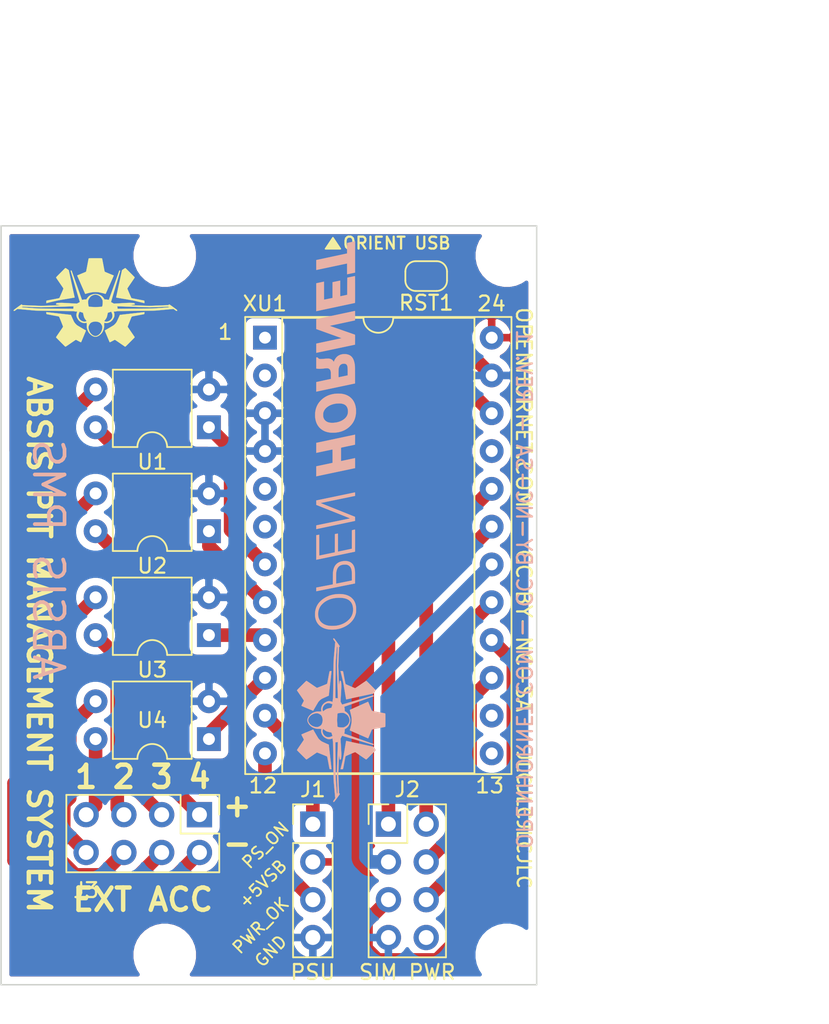
<source format=kicad_pcb>
(kicad_pcb (version 20171130) (host pcbnew "(5.1.9)-1")
  (title_block (title "ABSIS NANO 2.0") (date "jeu. 02 avril 2015") (rev 1) (company OPENHORNET) (comment 1 "CC BY-NC-SA"))
  (layers (0 F.Cu mixed) (31 B.Cu mixed) (34 B.Paste user) (35 F.Paste user) (36 B.SilkS user) (37 F.SilkS user) (38 B.Mask user) (39 F.Mask user) (44 Edge.Cuts user))
  (net 0 "")
  (net 1 GND)
  (net 2 +5V)
  (net 3 /A3)
  (net 4 /A2)
  (net 5 /A1)
  (net 6 /A0)
  (net 7 /D4_A6)
  (net 8 /~SCL_D3)
  (net 9 /SDA_D2)
  (net 10 /~D10_A10)
  (net 11 /D8_A8)
  (net 12 /D16_MOSI)
  (net 13 /D7)
  (net 14 /D14_MISO)
  (net 15 /~D6_A7)
  (net 16 /D15_SCK)
  (net 17 /TX0_D1)
  (net 18 /~D5)
  (net 19 /RX1_D0)
  (net 20 /RST)
  (net 21 /PWR_OK)
  (net 22 /+5VSB)
  (net 23 "Net-(J2-Pad8)")
  (net 24 /EXT_ACC4-)
  (net 25 /EXT_ACC4+)
  (net 26 /EXT_ACC3-)
  (net 27 /EXT_ACC3+)
  (net 28 /EXT_ACC2-)
  (net 29 /EXT_ACC2+)
  (net 30 /EXT_ACC1-)
  (net 31 /EXT_ACC1+)
  (module "KiCAD Libraries:OH_LOGO_37.7mm_5.9mm" (layer B.Cu) (at 144.67 83.695 90)
    (fp_text reference LOGO2 hide)
    (fp_text value OpenHornetLogoSmall hide)
  )
  (module Package_DIP:DIP-4_W7.62mm (layer F.Cu) (at 135.78 91.315 180)
    (fp_text reference U3 (at 3.81 -2.33) (layer F.SilkS))
    (fp_text value 140817140010)
    (pad 4 thru_hole oval (at 7.62 0 180) (size 1.6 1.6) (drill 0.8) (layers *.Cu *.Mask) (net 27 /EXT_ACC3+))
    (pad 2 thru_hole oval (at 0 2.54 180) (size 1.6 1.6) (drill 0.8) (layers *.Cu *.Mask) (net 1 GND))
    (pad 3 thru_hole oval (at 7.62 2.54 180) (size 1.6 1.6) (drill 0.8) (layers *.Cu *.Mask) (net 26 /EXT_ACC3-))
    (pad 1 thru_hole rect (at 0 0 180) (size 1.6 1.6) (drill 0.8) (layers *.Cu *.Mask) (net 15 /~D6_A7))
  )
  (module Connector_PinHeader_2.54mm:PinHeader_2x04_P2.54mm_Vertical (layer F.Cu) (at 135.145 103.38 270)
    (fp_text reference J3 (at 5.08 7.62 180) (layer F.SilkS))
    (fp_text value "EXT ACC OUT")
    (pad 8 thru_hole oval (at 2.54 7.62 270) (size 1.7 1.7) (drill 1) (layers *.Cu *.Mask) (net 24 /EXT_ACC4-))
    (pad 7 thru_hole oval (at 0 7.62 270) (size 1.7 1.7) (drill 1) (layers *.Cu *.Mask) (net 25 /EXT_ACC4+))
    (pad 6 thru_hole oval (at 2.54 5.08 270) (size 1.7 1.7) (drill 1) (layers *.Cu *.Mask) (net 26 /EXT_ACC3-))
    (pad 5 thru_hole oval (at 0 5.08 270) (size 1.7 1.7) (drill 1) (layers *.Cu *.Mask) (net 27 /EXT_ACC3+))
    (pad 4 thru_hole oval (at 2.54 2.54 270) (size 1.7 1.7) (drill 1) (layers *.Cu *.Mask) (net 28 /EXT_ACC2-))
    (pad 3 thru_hole oval (at 0 2.54 270) (size 1.7 1.7) (drill 1) (layers *.Cu *.Mask) (net 29 /EXT_ACC2+))
    (pad 2 thru_hole oval (at 2.54 0 270) (size 1.7 1.7) (drill 1) (layers *.Cu *.Mask) (net 30 /EXT_ACC1-))
    (pad 1 thru_hole rect (at 0 0 270) (size 1.7 1.7) (drill 1) (layers *.Cu *.Mask) (net 31 /EXT_ACC1+))
  )
  (module Connector_PinHeader_2.54mm:PinHeader_2x04_P2.54mm_Vertical (layer F.Cu) (at 147.845 104.015)
    (fp_text reference J2 (at 1.27 -2.33) (layer F.SilkS))
    (fp_text value "SIM PWR" (at 1.27 9.95) (layer F.SilkS))
    (pad 8 thru_hole oval (at 2.54 7.62) (size 1.7 1.7) (drill 1) (layers *.Cu *.Mask) (net 23 "Net-(J2-Pad8)"))
    (pad 7 thru_hole oval (at 0 7.62) (size 1.7 1.7) (drill 1) (layers *.Cu *.Mask) (net 1 GND))
    (pad 6 thru_hole oval (at 2.54 5.08) (size 1.7 1.7) (drill 1) (layers *.Cu *.Mask) (net 14 /D14_MISO))
    (pad 5 thru_hole oval (at 0 5.08) (size 1.7 1.7) (drill 1) (layers *.Cu *.Mask) (net 16 /D15_SCK))
    (pad 4 thru_hole oval (at 2.54 2.54) (size 1.7 1.7) (drill 1) (layers *.Cu *.Mask) (net 6 /A0))
    (pad 3 thru_hole oval (at 0 2.54) (size 1.7 1.7) (drill 1) (layers *.Cu *.Mask) (net 5 /A1))
    (pad 2 thru_hole oval (at 2.54 0) (size 1.7 1.7) (drill 1) (layers *.Cu *.Mask) (net 4 /A2))
    (pad 1 thru_hole rect (at 0 0) (size 1.7 1.7) (drill 1) (layers *.Cu *.Mask) (net 3 /A3))
  )
  (module Package_DIP:DIP-4_W7.62mm (layer F.Cu) (at 135.78 98.3 180)
    (fp_text reference U4 (at 3.81 1.27) (layer F.SilkS))
    (fp_text value 140817140010)
    (pad 4 thru_hole oval (at 7.62 0 180) (size 1.6 1.6) (drill 0.8) (layers *.Cu *.Mask) (net 25 /EXT_ACC4+))
    (pad 2 thru_hole oval (at 0 2.54 180) (size 1.6 1.6) (drill 0.8) (layers *.Cu *.Mask) (net 1 GND))
    (pad 3 thru_hole oval (at 7.62 2.54 180) (size 1.6 1.6) (drill 0.8) (layers *.Cu *.Mask) (net 24 /EXT_ACC4-))
    (pad 1 thru_hole rect (at 0 0 180) (size 1.6 1.6) (drill 0.8) (layers *.Cu *.Mask) (net 13 /D7))
  )
  (module Package_DIP:DIP-4_W7.62mm (layer F.Cu) (at 135.78 84.33 180)
    (fp_text reference U2 (at 3.81 -2.33) (layer F.SilkS))
    (fp_text value 140817140010)
    (pad 4 thru_hole oval (at 7.62 0 180) (size 1.6 1.6) (drill 0.8) (layers *.Cu *.Mask) (net 29 /EXT_ACC2+))
    (pad 2 thru_hole oval (at 0 2.54 180) (size 1.6 1.6) (drill 0.8) (layers *.Cu *.Mask) (net 1 GND))
    (pad 3 thru_hole oval (at 7.62 2.54 180) (size 1.6 1.6) (drill 0.8) (layers *.Cu *.Mask) (net 28 /EXT_ACC2-))
    (pad 1 thru_hole rect (at 0 0 180) (size 1.6 1.6) (drill 0.8) (layers *.Cu *.Mask) (net 18 /~D5))
  )
  (module Package_DIP:DIP-4_W7.62mm (layer F.Cu) (at 135.78 77.345 180)
    (fp_text reference U1 (at 3.81 -2.33) (layer F.SilkS))
    (fp_text value 140817140010)
    (pad 4 thru_hole oval (at 7.62 0 180) (size 1.6 1.6) (drill 0.8) (layers *.Cu *.Mask) (net 31 /EXT_ACC1+))
    (pad 2 thru_hole oval (at 0 2.54 180) (size 1.6 1.6) (drill 0.8) (layers *.Cu *.Mask) (net 1 GND))
    (pad 3 thru_hole oval (at 7.62 2.54 180) (size 1.6 1.6) (drill 0.8) (layers *.Cu *.Mask) (net 30 /EXT_ACC1-))
    (pad 1 thru_hole rect (at 0 0 180) (size 1.6 1.6) (drill 0.8) (layers *.Cu *.Mask) (net 7 /D4_A6))
  )
  (module Jumper:SolderJumper-2_P1.3mm_Open_RoundedPad1.0x1.5mm (layer F.Cu) (at 150.385 67.185 180)
    (fp_text reference RST1 (at 0 -1.8) (layer F.SilkS))
    (fp_text value RST)
    (pad 2 smd custom (at 0.65 0 180) (size 1 0.5) (layers F.Cu F.Mask) (net 20 /RST) (options (clearance outline) (anchor rect)) (primitives (gr_circle (center 0 0.25) (end 0.5 0.25) (width 0)) (gr_circle (center 0 -0.25) (end 0.5 -0.25) (width 0)) (gr_poly (pts (xy 0 -0.75) (xy -0.5 -0.75) (xy -0.5 0.75) (xy 0 0.75)) (width 0))))
    (pad 1 smd custom (at -0.65 0 180) (size 1 0.5) (layers F.Cu F.Mask) (net 1 GND) (options (clearance outline) (anchor rect)) (primitives (gr_circle (center 0 0.25) (end 0.5 0.25) (width 0)) (gr_circle (center 0 -0.25) (end 0.5 -0.25) (width 0)) (gr_poly (pts (xy 0 -0.75) (xy 0.5 -0.75) (xy 0.5 0.75) (xy 0 0.75)) (width 0))))
  )
  (module "KiCAD Libraries:OH_LOGO_ONLY_11x6mm" (layer F.Cu) (at 128.16 69.09)
    (fp_text reference LOGO1 hide)
    (fp_text value OpenHornetLogoSmall hide)
  )
  (module Connector_PinHeader_2.54mm:PinHeader_1x04_P2.54mm_Vertical (layer F.Cu) (at 142.765 104.015)
    (fp_text reference J1 (at 0 -2.33) (layer F.SilkS))
    (fp_text value PSU (at 0 9.95) (layer F.SilkS))
    (pad 4 thru_hole oval (at 0 7.62) (size 1.7 1.7) (drill 1) (layers *.Cu *.Mask) (net 1 GND))
    (pad 3 thru_hole oval (at 0 5.08) (size 1.7 1.7) (drill 1) (layers *.Cu *.Mask) (net 21 /PWR_OK))
    (pad 2 thru_hole oval (at 0 2.54) (size 1.7 1.7) (drill 1) (layers *.Cu *.Mask) (net 22 /+5VSB))
    (pad 1 thru_hole rect (at 0 0) (size 1.7 1.7) (drill 1) (layers *.Cu *.Mask) (net 11 /D8_A8))
  )
  (module Package_DIP:DIP-24_W15.24mm_Socket (layer F.Cu) (at 139.5476 71.3232)
    (fp_text reference XU1 (at -0.0127 -2.286) (layer F.SilkS))
    (fp_text value ProMicro_5V/16Hz)
    (pad 24 thru_hole oval (at 15.24 0) (size 1.6 1.6) (drill 0.8) (layers *.Cu *.Mask) (net 22 /+5VSB))
    (pad 12 thru_hole oval (at 0 27.94) (size 1.6 1.6) (drill 0.8) (layers *.Cu *.Mask) (net 21 /PWR_OK))
    (pad 23 thru_hole oval (at 15.24 2.54) (size 1.6 1.6) (drill 0.8) (layers *.Cu *.Mask) (net 1 GND))
    (pad 11 thru_hole oval (at 0 25.4) (size 1.6 1.6) (drill 0.8) (layers *.Cu *.Mask) (net 11 /D8_A8))
    (pad 22 thru_hole oval (at 15.24 5.08) (size 1.6 1.6) (drill 0.8) (layers *.Cu *.Mask) (net 20 /RST))
    (pad 10 thru_hole oval (at 0 22.86) (size 1.6 1.6) (drill 0.8) (layers *.Cu *.Mask) (net 13 /D7))
    (pad 21 thru_hole oval (at 15.24 7.62) (size 1.6 1.6) (drill 0.8) (layers *.Cu *.Mask) (net 2 +5V))
    (pad 9 thru_hole oval (at 0 20.32) (size 1.6 1.6) (drill 0.8) (layers *.Cu *.Mask) (net 15 /~D6_A7))
    (pad 20 thru_hole oval (at 15.24 10.16) (size 1.6 1.6) (drill 0.8) (layers *.Cu *.Mask) (net 3 /A3))
    (pad 8 thru_hole oval (at 0 17.78) (size 1.6 1.6) (drill 0.8) (layers *.Cu *.Mask) (net 18 /~D5))
    (pad 19 thru_hole oval (at 15.24 12.7) (size 1.6 1.6) (drill 0.8) (layers *.Cu *.Mask) (net 4 /A2))
    (pad 7 thru_hole oval (at 0 15.24) (size 1.6 1.6) (drill 0.8) (layers *.Cu *.Mask) (net 7 /D4_A6))
    (pad 18 thru_hole oval (at 15.24 15.24) (size 1.6 1.6) (drill 0.8) (layers *.Cu *.Mask) (net 5 /A1))
    (pad 6 thru_hole oval (at 0 12.7) (size 1.6 1.6) (drill 0.8) (layers *.Cu *.Mask) (net 8 /~SCL_D3))
    (pad 17 thru_hole oval (at 15.24 17.78) (size 1.6 1.6) (drill 0.8) (layers *.Cu *.Mask) (net 6 /A0))
    (pad 5 thru_hole oval (at 0 10.16) (size 1.6 1.6) (drill 0.8) (layers *.Cu *.Mask) (net 9 /SDA_D2))
    (pad 16 thru_hole oval (at 15.24 20.32) (size 1.6 1.6) (drill 0.8) (layers *.Cu *.Mask) (net 16 /D15_SCK))
    (pad 4 thru_hole oval (at 0 7.62) (size 1.6 1.6) (drill 0.8) (layers *.Cu *.Mask) (net 1 GND))
    (pad 15 thru_hole oval (at 15.24 22.86) (size 1.6 1.6) (drill 0.8) (layers *.Cu *.Mask) (net 14 /D14_MISO))
    (pad 3 thru_hole oval (at 0 5.08) (size 1.6 1.6) (drill 0.8) (layers *.Cu *.Mask) (net 1 GND))
    (pad 14 thru_hole oval (at 15.24 25.4) (size 1.6 1.6) (drill 0.8) (layers *.Cu *.Mask) (net 12 /D16_MOSI))
    (pad 2 thru_hole oval (at 0 2.54) (size 1.6 1.6) (drill 0.8) (layers *.Cu *.Mask) (net 19 /RX1_D0))
    (pad 13 thru_hole oval (at 15.24 27.94) (size 1.6 1.6) (drill 0.8) (layers *.Cu *.Mask) (net 10 /~D10_A10))
    (pad 1 thru_hole rect (at 0 0) (size 1.6 1.6) (drill 0.8) (layers *.Cu *.Mask) (net 17 /TX0_D1))
  )
  (module MountingHole:MountingHole_3.2mm_M3_DIN965 (layer F.Cu) (at 155.81 112.81)
    (fp_text reference H4 hide)
    (fp_text value MH)
    (pad 1 np_thru_hole circle (at 0 0) (size 3.2 3.2) (drill 3.2) (layers *.Cu *.Mask))
  )
  (module MountingHole:MountingHole_3.2mm_M3_DIN965 (layer F.Cu) (at 132.81 112.81)
    (fp_text reference H3 hide)
    (fp_text value MH)
    (pad 1 np_thru_hole circle (at 0 0) (size 3.2 3.2) (drill 3.2) (layers *.Cu *.Mask))
  )
  (module MountingHole:MountingHole_3.2mm_M3_DIN965 (layer F.Cu) (at 155.81 65.81)
    (fp_text reference H2 hide)
    (fp_text value MH)
    (pad 1 np_thru_hole circle (at 0 0) (size 3.2 3.2) (drill 3.2) (layers *.Cu *.Mask))
  )
  (module MountingHole:MountingHole_3.2mm_M3_DIN965 (layer F.Cu) (at 132.81 65.81)
    (fp_text reference H1 hide)
    (fp_text value MH)
    (pad 1 np_thru_hole circle (at 0 0) (size 3.2 3.2) (drill 3.2) (layers *.Cu *.Mask))
  )
  (gr_text GND (at 140.86 111.635 45) (layer F.SilkS) (effects (font (size 0.8 0.8) (thickness 0.125)) (justify right)))
  (gr_text PWR_OK (at 141.005238 109.095 45) (layer F.SilkS) (effects (font (size 0.8 0.8) (thickness 0.125)) (justify right)))
  (gr_text +5VSB (at 140.86 106.555 45) (layer F.SilkS) (effects (font (size 0.8 0.8) (thickness 0.125)) (justify right)))
  (gr_text "EXT ACC" (at 131.335 109.095) (layer F.SilkS) (effects (font (size 1.5 1.5) (thickness 0.3))))
  (gr_text - (at 137.685 105.285) (layer F.SilkS) (effects (font (size 1.5 1.5) (thickness 0.3))))
  (gr_text + (at 137.685 102.745) (layer F.SilkS) (effects (font (size 1.5 1.5) (thickness 0.3))))
  (gr_text 4 (at 135.145 100.84) (layer F.SilkS) (effects (font (size 1.5 1.5) (thickness 0.3))))
  (gr_text 3 (at 132.605 100.84) (layer F.SilkS) (effects (font (size 1.5 1.5) (thickness 0.3))))
  (gr_text 2 (at 130.065 100.84) (layer F.SilkS) (effects (font (size 1.5 1.5) (thickness 0.3))))
  (gr_text 1 (at 127.525 100.84) (layer F.SilkS) (effects (font (size 1.5 1.5) (thickness 0.3))))
  (gr_text 24 (at 154.7749 69.0372) (layer F.SilkS) (effects (font (size 1 1))))
  (gr_line (start 157.81 114.81) (end 157.81 63.81) (layer Edge.Cuts) (width 0.1))
  (gr_text 13 (at 154.66 101.43) (layer F.SilkS) (effects (font (size 1 1))))
  (gr_text 12 (at 139.42 101.43) (layer F.SilkS) (effects (font (size 1 1))))
  (gr_text 1 (at 136.88 70.95) (layer F.SilkS) (effects (font (size 1 1))))
  (gr_text JLCJLCJLCJLC (at 156.946 103.716 270) (layer F.SilkS) (effects (font (size 0.9 0.9))))
  (gr_line (start 121.81 114.81) (end 157.81 114.81) (layer Edge.Cuts) (width 0.1))
  (gr_line (start 121.81 63.81) (end 121.81 114.81) (layer Edge.Cuts) (width 0.1))
  (gr_line (start 157.81 63.81) (end 121.81 63.81) (layer Edge.Cuts) (width 0.1))
  (gr_poly (pts (xy 144.1149 64.6042) (xy 144.6149 65.3542) (xy 143.6149 65.3542)) (layer F.SilkS) (width 0.1))
  (gr_text "ORIENT USB" (at 152.1079 64.9732) (layer F.SilkS) (effects (font (size 0.8 0.8)) (justify right)))
  (gr_text "OPENHORNET.COM - CC BY-NC-SA" (at 156.946 82.888 270) (layer F.SilkS) (effects (font (size 1 1))))
  (gr_text "ABSIS PMS" (at 124.985 86.235 -90) (layer B.SilkS) (effects (font (size 2 2) (thickness 0.25)) (justify mirror)))
  (gr_text "OPENHORNET.COM - CC BY-NC-SA - REV: 1" (at 156.946 88.222 -90) (layer B.SilkS) (effects (font (size 1 1)) (justify mirror)))
  (gr_text "ABSIS PIT MANAGEMENT SYSTEM" (at 124.35 91.95 -90) (layer F.SilkS) (effects (font (size 1.5 1.5) (thickness 0.3))))
  (gr_text PS_ON (at 141.005238 104.015 45) (layer F.SilkS) (effects (font (size 0.8 0.8) (thickness 0.125)) (justify right)))
  (segment (start 151.035 70.1106) (end 154.7876 73.8632) (width 0.9144) (layer F.Cu) (net 1))
  (segment (start 151.035 67.185) (end 151.035 70.1106) (width 0.9144) (layer F.Cu) (net 1))
  (segment (start 147.845 88.4258) (end 147.845 104.015) (width 0.9144) (layer F.Cu) (net 3))
  (segment (start 154.7876 81.4832) (end 147.845 88.4258) (width 0.9144) (layer F.Cu) (net 3))
  (segment (start 150.385 88.4258) (end 150.385 104.015) (width 0.9144) (layer F.Cu) (net 4))
  (segment (start 154.7876 84.0232) (end 150.385 88.4258) (width 0.9144) (layer F.Cu) (net 4))
  (segment (start 146.642919 106.555) (end 147.845 106.555) (width 0.9144) (layer B.Cu) (net 5))
  (segment (start 146.337799 95.013001) (end 146.337799 106.24988) (width 0.9144) (layer B.Cu) (net 5))
  (segment (start 146.337799 106.24988) (end 146.642919 106.555) (width 0.9144) (layer B.Cu) (net 5))
  (segment (start 154.7876 86.5632) (end 146.337799 95.013001) (width 0.9144) (layer B.Cu) (net 5))
  (segment (start 154.7876 89.1032) (end 152.215988 91.674812) (width 0.9144) (layer F.Cu) (net 6))
  (segment (start 152.215988 91.674812) (end 152.215988 104.724012) (width 0.9144) (layer F.Cu) (net 6))
  (segment (start 152.215988 104.724012) (end 150.385 106.555) (width 0.9144) (layer F.Cu) (net 6))
  (segment (start 137.237201 84.252801) (end 139.5476 86.5632) (width 0.9144) (layer F.Cu) (net 7))
  (segment (start 137.237201 78.802201) (end 137.237201 84.252801) (width 0.9144) (layer F.Cu) (net 7))
  (segment (start 135.78 77.345) (end 137.237201 78.802201) (width 0.9144) (layer F.Cu) (net 7))
  (segment (start 142.765 99.9406) (end 139.5476 96.7232) (width 0.9144) (layer F.Cu) (net 11))
  (segment (start 142.765 104.015) (end 142.765 99.9406) (width 0.9144) (layer F.Cu) (net 11))
  (segment (start 135.78 97.9508) (end 139.5476 94.1832) (width 0.9144) (layer F.Cu) (net 13))
  (segment (start 135.78 98.3) (end 135.78 97.9508) (width 0.9144) (layer F.Cu) (net 13))
  (segment (start 153.330399 95.640401) (end 153.330399 106.149601) (width 0.9144) (layer F.Cu) (net 14))
  (segment (start 154.7876 94.1832) (end 153.330399 95.640401) (width 0.9144) (layer F.Cu) (net 14))
  (segment (start 153.330399 106.149601) (end 150.385 109.095) (width 0.9144) (layer F.Cu) (net 14))
  (segment (start 139.2194 91.315) (end 139.5476 91.6432) (width 0.9144) (layer F.Cu) (net 15))
  (segment (start 135.78 91.315) (end 139.2194 91.315) (width 0.9144) (layer F.Cu) (net 15))
  (segment (start 146.337799 110.602201) (end 147.845 109.095) (width 0.9144) (layer F.Cu) (net 16))
  (segment (start 147.121543 113.142201) (end 146.337799 112.358457) (width 0.9144) (layer F.Cu) (net 16))
  (segment (start 151.108457 113.142201) (end 147.121543 113.142201) (width 0.9144) (layer F.Cu) (net 16))
  (segment (start 146.337799 112.358457) (end 146.337799 110.602201) (width 0.9144) (layer F.Cu) (net 16))
  (segment (start 156.244801 108.005857) (end 151.108457 113.142201) (width 0.9144) (layer F.Cu) (net 16))
  (segment (start 156.244801 93.100401) (end 156.244801 108.005857) (width 0.9144) (layer F.Cu) (net 16))
  (segment (start 154.7876 91.6432) (end 156.244801 93.100401) (width 0.9144) (layer F.Cu) (net 16))
  (segment (start 135.78 85.3356) (end 139.5476 89.1032) (width 0.9144) (layer F.Cu) (net 18))
  (segment (start 135.78 84.33) (end 135.78 85.3356) (width 0.9144) (layer F.Cu) (net 18))
  (segment (start 149.735 71.3506) (end 149.735 67.185) (width 0.9144) (layer F.Cu) (net 20))
  (segment (start 154.7876 76.4032) (end 149.735 71.3506) (width 0.9144) (layer F.Cu) (net 20))
  (segment (start 139.5476 105.8776) (end 139.5476 99.2632) (width 0.9144) (layer F.Cu) (net 21))
  (segment (start 142.765 109.095) (end 139.5476 105.8776) (width 0.9144) (layer F.Cu) (net 21))
  (segment (start 126.017799 104.412799) (end 127.525 105.92) (width 0.9144) (layer F.Cu) (net 24))
  (segment (start 126.017799 102.656543) (end 126.017799 104.412799) (width 0.9144) (layer F.Cu) (net 24))
  (segment (start 128.16 95.76) (end 126.423233 97.496767) (width 0.9144) (layer F.Cu) (net 24))
  (segment (start 126.423233 102.251109) (end 126.017799 102.656543) (width 0.9144) (layer F.Cu) (net 24))
  (segment (start 126.423233 97.496767) (end 126.423233 102.251109) (width 0.9144) (layer F.Cu) (net 24))
  (segment (start 128.16 102.745) (end 127.525 103.38) (width 0.9144) (layer F.Cu) (net 25))
  (segment (start 128.16 98.3) (end 128.16 102.745) (width 0.9144) (layer F.Cu) (net 25))
  (segment (start 128.16 88.775) (end 125.308822 91.626178) (width 0.9144) (layer F.Cu) (net 26))
  (segment (start 125.308822 91.626178) (end 125.308822 101.789509) (width 0.9144) (layer F.Cu) (net 26))
  (segment (start 128.5578 107.4272) (end 130.065 105.92) (width 0.9144) (layer F.Cu) (net 26))
  (segment (start 124.90339 102.194941) (end 124.90339 105.529048) (width 0.9144) (layer F.Cu) (net 26))
  (segment (start 126.801542 107.4272) (end 128.5578 107.4272) (width 0.9144) (layer F.Cu) (net 26))
  (segment (start 125.308822 101.789509) (end 124.90339 102.194941) (width 0.9144) (layer F.Cu) (net 26))
  (segment (start 124.90339 105.529048) (end 126.801542 107.4272) (width 0.9144) (layer F.Cu) (net 26))
  (segment (start 129.617201 102.932201) (end 130.065 103.38) (width 0.9144) (layer F.Cu) (net 27))
  (segment (start 128.16 91.315) (end 129.617201 92.772201) (width 0.9144) (layer F.Cu) (net 27))
  (segment (start 129.617201 92.772201) (end 129.617201 102.932201) (width 0.9144) (layer F.Cu) (net 27))
  (segment (start 124.194411 101.327905) (end 123.788979 101.733337) (width 0.9144) (layer F.Cu) (net 28))
  (segment (start 123.788979 101.733337) (end 123.788979 105.990651) (width 0.9144) (layer F.Cu) (net 28))
  (segment (start 129.983389 108.541611) (end 132.605 105.92) (width 0.9144) (layer F.Cu) (net 28))
  (segment (start 124.194411 85.755589) (end 124.194411 101.327905) (width 0.9144) (layer F.Cu) (net 28))
  (segment (start 128.16 81.79) (end 124.194411 85.755589) (width 0.9144) (layer F.Cu) (net 28))
  (segment (start 123.788979 105.990651) (end 126.339939 108.541611) (width 0.9144) (layer F.Cu) (net 28))
  (segment (start 126.339939 108.541611) (end 129.983389 108.541611) (width 0.9144) (layer F.Cu) (net 28))
  (segment (start 130.731612 86.901612) (end 130.731612 101.506612) (width 0.9144) (layer F.Cu) (net 29))
  (segment (start 128.16 84.33) (end 130.731612 86.901612) (width 0.9144) (layer F.Cu) (net 29))
  (segment (start 130.731612 101.506612) (end 132.605 103.38) (width 0.9144) (layer F.Cu) (net 29))
  (segment (start 125.878336 109.656022) (end 131.408978 109.656022) (width 0.9144) (layer F.Cu) (net 30))
  (segment (start 123.08 100.866301) (end 122.674568 101.271733) (width 0.9144) (layer F.Cu) (net 30))
  (segment (start 123.08 79.885) (end 123.08 100.866301) (width 0.9144) (layer F.Cu) (net 30))
  (segment (start 131.408978 109.656022) (end 135.145 105.92) (width 0.9144) (layer F.Cu) (net 30))
  (segment (start 122.674568 106.452254) (end 125.878336 109.656022) (width 0.9144) (layer F.Cu) (net 30))
  (segment (start 122.674568 101.271733) (end 122.674568 106.452254) (width 0.9144) (layer F.Cu) (net 30))
  (segment (start 128.16 74.805) (end 123.08 79.885) (width 0.9144) (layer F.Cu) (net 30))
  (segment (start 135.145 103.38) (end 131.846022 100.081022) (width 0.9144) (layer F.Cu) (net 31))
  (segment (start 131.846022 81.031022) (end 128.16 77.345) (width 0.9144) (layer F.Cu) (net 31))
  (segment (start 131.846022 100.081022) (end 131.846022 81.031022) (width 0.9144) (layer F.Cu) (net 31))
  (zone (net 22) (net_name /+5VSB) (layer F.Cu) (connect_pads (clearance 0.508)) (min_thickness 0.254) (fill yes (arc_segments 32) (thermal_gap 0.508) (thermal_bridge_width 0.508))
    (polygon (pts (xy 157.81 114.81) (xy 121.81 114.81) (xy 121.81 63.81) (xy 157.81 63.81)))
  )
  (zone (net 1) (net_name GND) (layer B.Cu) (connect_pads (clearance 0.508)) (min_thickness 0.254) (fill yes (arc_segments 32) (thermal_gap 0.508) (thermal_bridge_width 0.508))
    (polygon (pts (xy 157.81 114.81) (xy 121.81 114.81) (xy 121.81 63.81) (xy 157.81 63.81)))
  )
)
</source>
